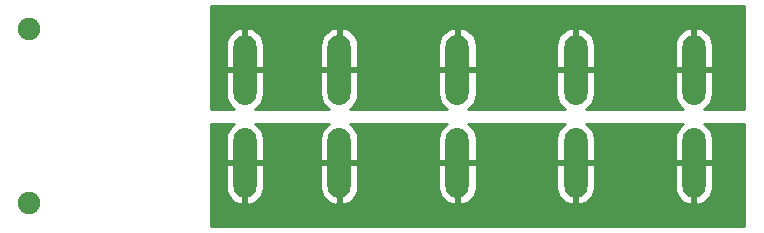
<source format=gbr>
G04 #@! TF.GenerationSoftware,KiCad,Pcbnew,5.1.5-52549c5~84~ubuntu18.04.1*
G04 #@! TF.CreationDate,2020-02-24T22:32:57-07:00*
G04 #@! TF.ProjectId,anderson_distribution_board,616e6465-7273-46f6-9e5f-646973747269,rev?*
G04 #@! TF.SameCoordinates,Original*
G04 #@! TF.FileFunction,Copper,L1,Top*
G04 #@! TF.FilePolarity,Positive*
%FSLAX46Y46*%
G04 Gerber Fmt 4.6, Leading zero omitted, Abs format (unit mm)*
G04 Created by KiCad (PCBNEW 5.1.5-52549c5~84~ubuntu18.04.1) date 2020-02-24 22:32:57*
%MOMM*%
%LPD*%
G04 APERTURE LIST*
%ADD10O,1.970000X5.930000*%
%ADD11C,1.900000*%
%ADD12C,0.254000*%
G04 APERTURE END LIST*
D10*
X150000000Y-73050000D03*
X150000000Y-80950000D03*
X140000000Y-73050000D03*
X140000000Y-80950000D03*
X130000000Y-73050000D03*
X130000000Y-80950000D03*
X120000000Y-73050000D03*
X120000000Y-80950000D03*
X112000000Y-80950000D03*
X112000000Y-73050000D03*
D11*
X93760000Y-84390000D03*
X93760000Y-69610000D03*
D12*
G36*
X110944290Y-77734684D02*
G01*
X110723577Y-77964379D01*
X110551916Y-78232720D01*
X110435904Y-78529394D01*
X110380000Y-78843000D01*
X110380000Y-80823000D01*
X111873000Y-80823000D01*
X111873000Y-80803000D01*
X112127000Y-80803000D01*
X112127000Y-80823000D01*
X113620000Y-80823000D01*
X113620000Y-78843000D01*
X113564096Y-78529394D01*
X113448084Y-78232720D01*
X113276423Y-77964379D01*
X113055710Y-77734684D01*
X112901306Y-77627000D01*
X119098694Y-77627000D01*
X118944290Y-77734684D01*
X118723577Y-77964379D01*
X118551916Y-78232720D01*
X118435904Y-78529394D01*
X118380000Y-78843000D01*
X118380000Y-80823000D01*
X119873000Y-80823000D01*
X119873000Y-80803000D01*
X120127000Y-80803000D01*
X120127000Y-80823000D01*
X121620000Y-80823000D01*
X121620000Y-78843000D01*
X121564096Y-78529394D01*
X121448084Y-78232720D01*
X121276423Y-77964379D01*
X121055710Y-77734684D01*
X120901306Y-77627000D01*
X129098694Y-77627000D01*
X128944290Y-77734684D01*
X128723577Y-77964379D01*
X128551916Y-78232720D01*
X128435904Y-78529394D01*
X128380000Y-78843000D01*
X128380000Y-80823000D01*
X129873000Y-80823000D01*
X129873000Y-80803000D01*
X130127000Y-80803000D01*
X130127000Y-80823000D01*
X131620000Y-80823000D01*
X131620000Y-78843000D01*
X131564096Y-78529394D01*
X131448084Y-78232720D01*
X131276423Y-77964379D01*
X131055710Y-77734684D01*
X130901306Y-77627000D01*
X139098694Y-77627000D01*
X138944290Y-77734684D01*
X138723577Y-77964379D01*
X138551916Y-78232720D01*
X138435904Y-78529394D01*
X138380000Y-78843000D01*
X138380000Y-80823000D01*
X139873000Y-80823000D01*
X139873000Y-80803000D01*
X140127000Y-80803000D01*
X140127000Y-80823000D01*
X141620000Y-80823000D01*
X141620000Y-78843000D01*
X141564096Y-78529394D01*
X141448084Y-78232720D01*
X141276423Y-77964379D01*
X141055710Y-77734684D01*
X140901306Y-77627000D01*
X149098694Y-77627000D01*
X148944290Y-77734684D01*
X148723577Y-77964379D01*
X148551916Y-78232720D01*
X148435904Y-78529394D01*
X148380000Y-78843000D01*
X148380000Y-80823000D01*
X149873000Y-80823000D01*
X149873000Y-80803000D01*
X150127000Y-80803000D01*
X150127000Y-80823000D01*
X151620000Y-80823000D01*
X151620000Y-78843000D01*
X151564096Y-78529394D01*
X151448084Y-78232720D01*
X151276423Y-77964379D01*
X151055710Y-77734684D01*
X150901306Y-77627000D01*
X154290001Y-77627000D01*
X154290001Y-86290000D01*
X109127000Y-86290000D01*
X109127000Y-81077000D01*
X110380000Y-81077000D01*
X110380000Y-83057000D01*
X110435904Y-83370606D01*
X110551916Y-83667280D01*
X110723577Y-83935621D01*
X110944290Y-84165316D01*
X111205573Y-84347539D01*
X111497386Y-84475286D01*
X111621920Y-84505263D01*
X111873000Y-84385721D01*
X111873000Y-81077000D01*
X112127000Y-81077000D01*
X112127000Y-84385721D01*
X112378080Y-84505263D01*
X112502614Y-84475286D01*
X112794427Y-84347539D01*
X113055710Y-84165316D01*
X113276423Y-83935621D01*
X113448084Y-83667280D01*
X113564096Y-83370606D01*
X113620000Y-83057000D01*
X113620000Y-81077000D01*
X118380000Y-81077000D01*
X118380000Y-83057000D01*
X118435904Y-83370606D01*
X118551916Y-83667280D01*
X118723577Y-83935621D01*
X118944290Y-84165316D01*
X119205573Y-84347539D01*
X119497386Y-84475286D01*
X119621920Y-84505263D01*
X119873000Y-84385721D01*
X119873000Y-81077000D01*
X120127000Y-81077000D01*
X120127000Y-84385721D01*
X120378080Y-84505263D01*
X120502614Y-84475286D01*
X120794427Y-84347539D01*
X121055710Y-84165316D01*
X121276423Y-83935621D01*
X121448084Y-83667280D01*
X121564096Y-83370606D01*
X121620000Y-83057000D01*
X121620000Y-81077000D01*
X128380000Y-81077000D01*
X128380000Y-83057000D01*
X128435904Y-83370606D01*
X128551916Y-83667280D01*
X128723577Y-83935621D01*
X128944290Y-84165316D01*
X129205573Y-84347539D01*
X129497386Y-84475286D01*
X129621920Y-84505263D01*
X129873000Y-84385721D01*
X129873000Y-81077000D01*
X130127000Y-81077000D01*
X130127000Y-84385721D01*
X130378080Y-84505263D01*
X130502614Y-84475286D01*
X130794427Y-84347539D01*
X131055710Y-84165316D01*
X131276423Y-83935621D01*
X131448084Y-83667280D01*
X131564096Y-83370606D01*
X131620000Y-83057000D01*
X131620000Y-81077000D01*
X138380000Y-81077000D01*
X138380000Y-83057000D01*
X138435904Y-83370606D01*
X138551916Y-83667280D01*
X138723577Y-83935621D01*
X138944290Y-84165316D01*
X139205573Y-84347539D01*
X139497386Y-84475286D01*
X139621920Y-84505263D01*
X139873000Y-84385721D01*
X139873000Y-81077000D01*
X140127000Y-81077000D01*
X140127000Y-84385721D01*
X140378080Y-84505263D01*
X140502614Y-84475286D01*
X140794427Y-84347539D01*
X141055710Y-84165316D01*
X141276423Y-83935621D01*
X141448084Y-83667280D01*
X141564096Y-83370606D01*
X141620000Y-83057000D01*
X141620000Y-81077000D01*
X148380000Y-81077000D01*
X148380000Y-83057000D01*
X148435904Y-83370606D01*
X148551916Y-83667280D01*
X148723577Y-83935621D01*
X148944290Y-84165316D01*
X149205573Y-84347539D01*
X149497386Y-84475286D01*
X149621920Y-84505263D01*
X149873000Y-84385721D01*
X149873000Y-81077000D01*
X150127000Y-81077000D01*
X150127000Y-84385721D01*
X150378080Y-84505263D01*
X150502614Y-84475286D01*
X150794427Y-84347539D01*
X151055710Y-84165316D01*
X151276423Y-83935621D01*
X151448084Y-83667280D01*
X151564096Y-83370606D01*
X151620000Y-83057000D01*
X151620000Y-81077000D01*
X150127000Y-81077000D01*
X149873000Y-81077000D01*
X148380000Y-81077000D01*
X141620000Y-81077000D01*
X140127000Y-81077000D01*
X139873000Y-81077000D01*
X138380000Y-81077000D01*
X131620000Y-81077000D01*
X130127000Y-81077000D01*
X129873000Y-81077000D01*
X128380000Y-81077000D01*
X121620000Y-81077000D01*
X120127000Y-81077000D01*
X119873000Y-81077000D01*
X118380000Y-81077000D01*
X113620000Y-81077000D01*
X112127000Y-81077000D01*
X111873000Y-81077000D01*
X110380000Y-81077000D01*
X109127000Y-81077000D01*
X109127000Y-77627000D01*
X111098694Y-77627000D01*
X110944290Y-77734684D01*
G37*
X110944290Y-77734684D02*
X110723577Y-77964379D01*
X110551916Y-78232720D01*
X110435904Y-78529394D01*
X110380000Y-78843000D01*
X110380000Y-80823000D01*
X111873000Y-80823000D01*
X111873000Y-80803000D01*
X112127000Y-80803000D01*
X112127000Y-80823000D01*
X113620000Y-80823000D01*
X113620000Y-78843000D01*
X113564096Y-78529394D01*
X113448084Y-78232720D01*
X113276423Y-77964379D01*
X113055710Y-77734684D01*
X112901306Y-77627000D01*
X119098694Y-77627000D01*
X118944290Y-77734684D01*
X118723577Y-77964379D01*
X118551916Y-78232720D01*
X118435904Y-78529394D01*
X118380000Y-78843000D01*
X118380000Y-80823000D01*
X119873000Y-80823000D01*
X119873000Y-80803000D01*
X120127000Y-80803000D01*
X120127000Y-80823000D01*
X121620000Y-80823000D01*
X121620000Y-78843000D01*
X121564096Y-78529394D01*
X121448084Y-78232720D01*
X121276423Y-77964379D01*
X121055710Y-77734684D01*
X120901306Y-77627000D01*
X129098694Y-77627000D01*
X128944290Y-77734684D01*
X128723577Y-77964379D01*
X128551916Y-78232720D01*
X128435904Y-78529394D01*
X128380000Y-78843000D01*
X128380000Y-80823000D01*
X129873000Y-80823000D01*
X129873000Y-80803000D01*
X130127000Y-80803000D01*
X130127000Y-80823000D01*
X131620000Y-80823000D01*
X131620000Y-78843000D01*
X131564096Y-78529394D01*
X131448084Y-78232720D01*
X131276423Y-77964379D01*
X131055710Y-77734684D01*
X130901306Y-77627000D01*
X139098694Y-77627000D01*
X138944290Y-77734684D01*
X138723577Y-77964379D01*
X138551916Y-78232720D01*
X138435904Y-78529394D01*
X138380000Y-78843000D01*
X138380000Y-80823000D01*
X139873000Y-80823000D01*
X139873000Y-80803000D01*
X140127000Y-80803000D01*
X140127000Y-80823000D01*
X141620000Y-80823000D01*
X141620000Y-78843000D01*
X141564096Y-78529394D01*
X141448084Y-78232720D01*
X141276423Y-77964379D01*
X141055710Y-77734684D01*
X140901306Y-77627000D01*
X149098694Y-77627000D01*
X148944290Y-77734684D01*
X148723577Y-77964379D01*
X148551916Y-78232720D01*
X148435904Y-78529394D01*
X148380000Y-78843000D01*
X148380000Y-80823000D01*
X149873000Y-80823000D01*
X149873000Y-80803000D01*
X150127000Y-80803000D01*
X150127000Y-80823000D01*
X151620000Y-80823000D01*
X151620000Y-78843000D01*
X151564096Y-78529394D01*
X151448084Y-78232720D01*
X151276423Y-77964379D01*
X151055710Y-77734684D01*
X150901306Y-77627000D01*
X154290001Y-77627000D01*
X154290001Y-86290000D01*
X109127000Y-86290000D01*
X109127000Y-81077000D01*
X110380000Y-81077000D01*
X110380000Y-83057000D01*
X110435904Y-83370606D01*
X110551916Y-83667280D01*
X110723577Y-83935621D01*
X110944290Y-84165316D01*
X111205573Y-84347539D01*
X111497386Y-84475286D01*
X111621920Y-84505263D01*
X111873000Y-84385721D01*
X111873000Y-81077000D01*
X112127000Y-81077000D01*
X112127000Y-84385721D01*
X112378080Y-84505263D01*
X112502614Y-84475286D01*
X112794427Y-84347539D01*
X113055710Y-84165316D01*
X113276423Y-83935621D01*
X113448084Y-83667280D01*
X113564096Y-83370606D01*
X113620000Y-83057000D01*
X113620000Y-81077000D01*
X118380000Y-81077000D01*
X118380000Y-83057000D01*
X118435904Y-83370606D01*
X118551916Y-83667280D01*
X118723577Y-83935621D01*
X118944290Y-84165316D01*
X119205573Y-84347539D01*
X119497386Y-84475286D01*
X119621920Y-84505263D01*
X119873000Y-84385721D01*
X119873000Y-81077000D01*
X120127000Y-81077000D01*
X120127000Y-84385721D01*
X120378080Y-84505263D01*
X120502614Y-84475286D01*
X120794427Y-84347539D01*
X121055710Y-84165316D01*
X121276423Y-83935621D01*
X121448084Y-83667280D01*
X121564096Y-83370606D01*
X121620000Y-83057000D01*
X121620000Y-81077000D01*
X128380000Y-81077000D01*
X128380000Y-83057000D01*
X128435904Y-83370606D01*
X128551916Y-83667280D01*
X128723577Y-83935621D01*
X128944290Y-84165316D01*
X129205573Y-84347539D01*
X129497386Y-84475286D01*
X129621920Y-84505263D01*
X129873000Y-84385721D01*
X129873000Y-81077000D01*
X130127000Y-81077000D01*
X130127000Y-84385721D01*
X130378080Y-84505263D01*
X130502614Y-84475286D01*
X130794427Y-84347539D01*
X131055710Y-84165316D01*
X131276423Y-83935621D01*
X131448084Y-83667280D01*
X131564096Y-83370606D01*
X131620000Y-83057000D01*
X131620000Y-81077000D01*
X138380000Y-81077000D01*
X138380000Y-83057000D01*
X138435904Y-83370606D01*
X138551916Y-83667280D01*
X138723577Y-83935621D01*
X138944290Y-84165316D01*
X139205573Y-84347539D01*
X139497386Y-84475286D01*
X139621920Y-84505263D01*
X139873000Y-84385721D01*
X139873000Y-81077000D01*
X140127000Y-81077000D01*
X140127000Y-84385721D01*
X140378080Y-84505263D01*
X140502614Y-84475286D01*
X140794427Y-84347539D01*
X141055710Y-84165316D01*
X141276423Y-83935621D01*
X141448084Y-83667280D01*
X141564096Y-83370606D01*
X141620000Y-83057000D01*
X141620000Y-81077000D01*
X148380000Y-81077000D01*
X148380000Y-83057000D01*
X148435904Y-83370606D01*
X148551916Y-83667280D01*
X148723577Y-83935621D01*
X148944290Y-84165316D01*
X149205573Y-84347539D01*
X149497386Y-84475286D01*
X149621920Y-84505263D01*
X149873000Y-84385721D01*
X149873000Y-81077000D01*
X150127000Y-81077000D01*
X150127000Y-84385721D01*
X150378080Y-84505263D01*
X150502614Y-84475286D01*
X150794427Y-84347539D01*
X151055710Y-84165316D01*
X151276423Y-83935621D01*
X151448084Y-83667280D01*
X151564096Y-83370606D01*
X151620000Y-83057000D01*
X151620000Y-81077000D01*
X150127000Y-81077000D01*
X149873000Y-81077000D01*
X148380000Y-81077000D01*
X141620000Y-81077000D01*
X140127000Y-81077000D01*
X139873000Y-81077000D01*
X138380000Y-81077000D01*
X131620000Y-81077000D01*
X130127000Y-81077000D01*
X129873000Y-81077000D01*
X128380000Y-81077000D01*
X121620000Y-81077000D01*
X120127000Y-81077000D01*
X119873000Y-81077000D01*
X118380000Y-81077000D01*
X113620000Y-81077000D01*
X112127000Y-81077000D01*
X111873000Y-81077000D01*
X110380000Y-81077000D01*
X109127000Y-81077000D01*
X109127000Y-77627000D01*
X111098694Y-77627000D01*
X110944290Y-77734684D01*
G36*
X154290000Y-76373000D02*
G01*
X150901306Y-76373000D01*
X151055710Y-76265316D01*
X151276423Y-76035621D01*
X151448084Y-75767280D01*
X151564096Y-75470606D01*
X151620000Y-75157000D01*
X151620000Y-73177000D01*
X150127000Y-73177000D01*
X150127000Y-73197000D01*
X149873000Y-73197000D01*
X149873000Y-73177000D01*
X148380000Y-73177000D01*
X148380000Y-75157000D01*
X148435904Y-75470606D01*
X148551916Y-75767280D01*
X148723577Y-76035621D01*
X148944290Y-76265316D01*
X149098694Y-76373000D01*
X140901306Y-76373000D01*
X141055710Y-76265316D01*
X141276423Y-76035621D01*
X141448084Y-75767280D01*
X141564096Y-75470606D01*
X141620000Y-75157000D01*
X141620000Y-73177000D01*
X140127000Y-73177000D01*
X140127000Y-73197000D01*
X139873000Y-73197000D01*
X139873000Y-73177000D01*
X138380000Y-73177000D01*
X138380000Y-75157000D01*
X138435904Y-75470606D01*
X138551916Y-75767280D01*
X138723577Y-76035621D01*
X138944290Y-76265316D01*
X139098694Y-76373000D01*
X130901306Y-76373000D01*
X131055710Y-76265316D01*
X131276423Y-76035621D01*
X131448084Y-75767280D01*
X131564096Y-75470606D01*
X131620000Y-75157000D01*
X131620000Y-73177000D01*
X130127000Y-73177000D01*
X130127000Y-73197000D01*
X129873000Y-73197000D01*
X129873000Y-73177000D01*
X128380000Y-73177000D01*
X128380000Y-75157000D01*
X128435904Y-75470606D01*
X128551916Y-75767280D01*
X128723577Y-76035621D01*
X128944290Y-76265316D01*
X129098694Y-76373000D01*
X120901306Y-76373000D01*
X121055710Y-76265316D01*
X121276423Y-76035621D01*
X121448084Y-75767280D01*
X121564096Y-75470606D01*
X121620000Y-75157000D01*
X121620000Y-73177000D01*
X120127000Y-73177000D01*
X120127000Y-73197000D01*
X119873000Y-73197000D01*
X119873000Y-73177000D01*
X118380000Y-73177000D01*
X118380000Y-75157000D01*
X118435904Y-75470606D01*
X118551916Y-75767280D01*
X118723577Y-76035621D01*
X118944290Y-76265316D01*
X119098694Y-76373000D01*
X112901306Y-76373000D01*
X113055710Y-76265316D01*
X113276423Y-76035621D01*
X113448084Y-75767280D01*
X113564096Y-75470606D01*
X113620000Y-75157000D01*
X113620000Y-73177000D01*
X112127000Y-73177000D01*
X112127000Y-73197000D01*
X111873000Y-73197000D01*
X111873000Y-73177000D01*
X110380000Y-73177000D01*
X110380000Y-75157000D01*
X110435904Y-75470606D01*
X110551916Y-75767280D01*
X110723577Y-76035621D01*
X110944290Y-76265316D01*
X111098694Y-76373000D01*
X109127000Y-76373000D01*
X109127000Y-70943000D01*
X110380000Y-70943000D01*
X110380000Y-72923000D01*
X111873000Y-72923000D01*
X111873000Y-69614279D01*
X112127000Y-69614279D01*
X112127000Y-72923000D01*
X113620000Y-72923000D01*
X113620000Y-70943000D01*
X118380000Y-70943000D01*
X118380000Y-72923000D01*
X119873000Y-72923000D01*
X119873000Y-69614279D01*
X120127000Y-69614279D01*
X120127000Y-72923000D01*
X121620000Y-72923000D01*
X121620000Y-70943000D01*
X128380000Y-70943000D01*
X128380000Y-72923000D01*
X129873000Y-72923000D01*
X129873000Y-69614279D01*
X130127000Y-69614279D01*
X130127000Y-72923000D01*
X131620000Y-72923000D01*
X131620000Y-70943000D01*
X138380000Y-70943000D01*
X138380000Y-72923000D01*
X139873000Y-72923000D01*
X139873000Y-69614279D01*
X140127000Y-69614279D01*
X140127000Y-72923000D01*
X141620000Y-72923000D01*
X141620000Y-70943000D01*
X148380000Y-70943000D01*
X148380000Y-72923000D01*
X149873000Y-72923000D01*
X149873000Y-69614279D01*
X150127000Y-69614279D01*
X150127000Y-72923000D01*
X151620000Y-72923000D01*
X151620000Y-70943000D01*
X151564096Y-70629394D01*
X151448084Y-70332720D01*
X151276423Y-70064379D01*
X151055710Y-69834684D01*
X150794427Y-69652461D01*
X150502614Y-69524714D01*
X150378080Y-69494737D01*
X150127000Y-69614279D01*
X149873000Y-69614279D01*
X149621920Y-69494737D01*
X149497386Y-69524714D01*
X149205573Y-69652461D01*
X148944290Y-69834684D01*
X148723577Y-70064379D01*
X148551916Y-70332720D01*
X148435904Y-70629394D01*
X148380000Y-70943000D01*
X141620000Y-70943000D01*
X141564096Y-70629394D01*
X141448084Y-70332720D01*
X141276423Y-70064379D01*
X141055710Y-69834684D01*
X140794427Y-69652461D01*
X140502614Y-69524714D01*
X140378080Y-69494737D01*
X140127000Y-69614279D01*
X139873000Y-69614279D01*
X139621920Y-69494737D01*
X139497386Y-69524714D01*
X139205573Y-69652461D01*
X138944290Y-69834684D01*
X138723577Y-70064379D01*
X138551916Y-70332720D01*
X138435904Y-70629394D01*
X138380000Y-70943000D01*
X131620000Y-70943000D01*
X131564096Y-70629394D01*
X131448084Y-70332720D01*
X131276423Y-70064379D01*
X131055710Y-69834684D01*
X130794427Y-69652461D01*
X130502614Y-69524714D01*
X130378080Y-69494737D01*
X130127000Y-69614279D01*
X129873000Y-69614279D01*
X129621920Y-69494737D01*
X129497386Y-69524714D01*
X129205573Y-69652461D01*
X128944290Y-69834684D01*
X128723577Y-70064379D01*
X128551916Y-70332720D01*
X128435904Y-70629394D01*
X128380000Y-70943000D01*
X121620000Y-70943000D01*
X121564096Y-70629394D01*
X121448084Y-70332720D01*
X121276423Y-70064379D01*
X121055710Y-69834684D01*
X120794427Y-69652461D01*
X120502614Y-69524714D01*
X120378080Y-69494737D01*
X120127000Y-69614279D01*
X119873000Y-69614279D01*
X119621920Y-69494737D01*
X119497386Y-69524714D01*
X119205573Y-69652461D01*
X118944290Y-69834684D01*
X118723577Y-70064379D01*
X118551916Y-70332720D01*
X118435904Y-70629394D01*
X118380000Y-70943000D01*
X113620000Y-70943000D01*
X113564096Y-70629394D01*
X113448084Y-70332720D01*
X113276423Y-70064379D01*
X113055710Y-69834684D01*
X112794427Y-69652461D01*
X112502614Y-69524714D01*
X112378080Y-69494737D01*
X112127000Y-69614279D01*
X111873000Y-69614279D01*
X111621920Y-69494737D01*
X111497386Y-69524714D01*
X111205573Y-69652461D01*
X110944290Y-69834684D01*
X110723577Y-70064379D01*
X110551916Y-70332720D01*
X110435904Y-70629394D01*
X110380000Y-70943000D01*
X109127000Y-70943000D01*
X109127000Y-67710000D01*
X154290000Y-67710000D01*
X154290000Y-76373000D01*
G37*
X154290000Y-76373000D02*
X150901306Y-76373000D01*
X151055710Y-76265316D01*
X151276423Y-76035621D01*
X151448084Y-75767280D01*
X151564096Y-75470606D01*
X151620000Y-75157000D01*
X151620000Y-73177000D01*
X150127000Y-73177000D01*
X150127000Y-73197000D01*
X149873000Y-73197000D01*
X149873000Y-73177000D01*
X148380000Y-73177000D01*
X148380000Y-75157000D01*
X148435904Y-75470606D01*
X148551916Y-75767280D01*
X148723577Y-76035621D01*
X148944290Y-76265316D01*
X149098694Y-76373000D01*
X140901306Y-76373000D01*
X141055710Y-76265316D01*
X141276423Y-76035621D01*
X141448084Y-75767280D01*
X141564096Y-75470606D01*
X141620000Y-75157000D01*
X141620000Y-73177000D01*
X140127000Y-73177000D01*
X140127000Y-73197000D01*
X139873000Y-73197000D01*
X139873000Y-73177000D01*
X138380000Y-73177000D01*
X138380000Y-75157000D01*
X138435904Y-75470606D01*
X138551916Y-75767280D01*
X138723577Y-76035621D01*
X138944290Y-76265316D01*
X139098694Y-76373000D01*
X130901306Y-76373000D01*
X131055710Y-76265316D01*
X131276423Y-76035621D01*
X131448084Y-75767280D01*
X131564096Y-75470606D01*
X131620000Y-75157000D01*
X131620000Y-73177000D01*
X130127000Y-73177000D01*
X130127000Y-73197000D01*
X129873000Y-73197000D01*
X129873000Y-73177000D01*
X128380000Y-73177000D01*
X128380000Y-75157000D01*
X128435904Y-75470606D01*
X128551916Y-75767280D01*
X128723577Y-76035621D01*
X128944290Y-76265316D01*
X129098694Y-76373000D01*
X120901306Y-76373000D01*
X121055710Y-76265316D01*
X121276423Y-76035621D01*
X121448084Y-75767280D01*
X121564096Y-75470606D01*
X121620000Y-75157000D01*
X121620000Y-73177000D01*
X120127000Y-73177000D01*
X120127000Y-73197000D01*
X119873000Y-73197000D01*
X119873000Y-73177000D01*
X118380000Y-73177000D01*
X118380000Y-75157000D01*
X118435904Y-75470606D01*
X118551916Y-75767280D01*
X118723577Y-76035621D01*
X118944290Y-76265316D01*
X119098694Y-76373000D01*
X112901306Y-76373000D01*
X113055710Y-76265316D01*
X113276423Y-76035621D01*
X113448084Y-75767280D01*
X113564096Y-75470606D01*
X113620000Y-75157000D01*
X113620000Y-73177000D01*
X112127000Y-73177000D01*
X112127000Y-73197000D01*
X111873000Y-73197000D01*
X111873000Y-73177000D01*
X110380000Y-73177000D01*
X110380000Y-75157000D01*
X110435904Y-75470606D01*
X110551916Y-75767280D01*
X110723577Y-76035621D01*
X110944290Y-76265316D01*
X111098694Y-76373000D01*
X109127000Y-76373000D01*
X109127000Y-70943000D01*
X110380000Y-70943000D01*
X110380000Y-72923000D01*
X111873000Y-72923000D01*
X111873000Y-69614279D01*
X112127000Y-69614279D01*
X112127000Y-72923000D01*
X113620000Y-72923000D01*
X113620000Y-70943000D01*
X118380000Y-70943000D01*
X118380000Y-72923000D01*
X119873000Y-72923000D01*
X119873000Y-69614279D01*
X120127000Y-69614279D01*
X120127000Y-72923000D01*
X121620000Y-72923000D01*
X121620000Y-70943000D01*
X128380000Y-70943000D01*
X128380000Y-72923000D01*
X129873000Y-72923000D01*
X129873000Y-69614279D01*
X130127000Y-69614279D01*
X130127000Y-72923000D01*
X131620000Y-72923000D01*
X131620000Y-70943000D01*
X138380000Y-70943000D01*
X138380000Y-72923000D01*
X139873000Y-72923000D01*
X139873000Y-69614279D01*
X140127000Y-69614279D01*
X140127000Y-72923000D01*
X141620000Y-72923000D01*
X141620000Y-70943000D01*
X148380000Y-70943000D01*
X148380000Y-72923000D01*
X149873000Y-72923000D01*
X149873000Y-69614279D01*
X150127000Y-69614279D01*
X150127000Y-72923000D01*
X151620000Y-72923000D01*
X151620000Y-70943000D01*
X151564096Y-70629394D01*
X151448084Y-70332720D01*
X151276423Y-70064379D01*
X151055710Y-69834684D01*
X150794427Y-69652461D01*
X150502614Y-69524714D01*
X150378080Y-69494737D01*
X150127000Y-69614279D01*
X149873000Y-69614279D01*
X149621920Y-69494737D01*
X149497386Y-69524714D01*
X149205573Y-69652461D01*
X148944290Y-69834684D01*
X148723577Y-70064379D01*
X148551916Y-70332720D01*
X148435904Y-70629394D01*
X148380000Y-70943000D01*
X141620000Y-70943000D01*
X141564096Y-70629394D01*
X141448084Y-70332720D01*
X141276423Y-70064379D01*
X141055710Y-69834684D01*
X140794427Y-69652461D01*
X140502614Y-69524714D01*
X140378080Y-69494737D01*
X140127000Y-69614279D01*
X139873000Y-69614279D01*
X139621920Y-69494737D01*
X139497386Y-69524714D01*
X139205573Y-69652461D01*
X138944290Y-69834684D01*
X138723577Y-70064379D01*
X138551916Y-70332720D01*
X138435904Y-70629394D01*
X138380000Y-70943000D01*
X131620000Y-70943000D01*
X131564096Y-70629394D01*
X131448084Y-70332720D01*
X131276423Y-70064379D01*
X131055710Y-69834684D01*
X130794427Y-69652461D01*
X130502614Y-69524714D01*
X130378080Y-69494737D01*
X130127000Y-69614279D01*
X129873000Y-69614279D01*
X129621920Y-69494737D01*
X129497386Y-69524714D01*
X129205573Y-69652461D01*
X128944290Y-69834684D01*
X128723577Y-70064379D01*
X128551916Y-70332720D01*
X128435904Y-70629394D01*
X128380000Y-70943000D01*
X121620000Y-70943000D01*
X121564096Y-70629394D01*
X121448084Y-70332720D01*
X121276423Y-70064379D01*
X121055710Y-69834684D01*
X120794427Y-69652461D01*
X120502614Y-69524714D01*
X120378080Y-69494737D01*
X120127000Y-69614279D01*
X119873000Y-69614279D01*
X119621920Y-69494737D01*
X119497386Y-69524714D01*
X119205573Y-69652461D01*
X118944290Y-69834684D01*
X118723577Y-70064379D01*
X118551916Y-70332720D01*
X118435904Y-70629394D01*
X118380000Y-70943000D01*
X113620000Y-70943000D01*
X113564096Y-70629394D01*
X113448084Y-70332720D01*
X113276423Y-70064379D01*
X113055710Y-69834684D01*
X112794427Y-69652461D01*
X112502614Y-69524714D01*
X112378080Y-69494737D01*
X112127000Y-69614279D01*
X111873000Y-69614279D01*
X111621920Y-69494737D01*
X111497386Y-69524714D01*
X111205573Y-69652461D01*
X110944290Y-69834684D01*
X110723577Y-70064379D01*
X110551916Y-70332720D01*
X110435904Y-70629394D01*
X110380000Y-70943000D01*
X109127000Y-70943000D01*
X109127000Y-67710000D01*
X154290000Y-67710000D01*
X154290000Y-76373000D01*
M02*

</source>
